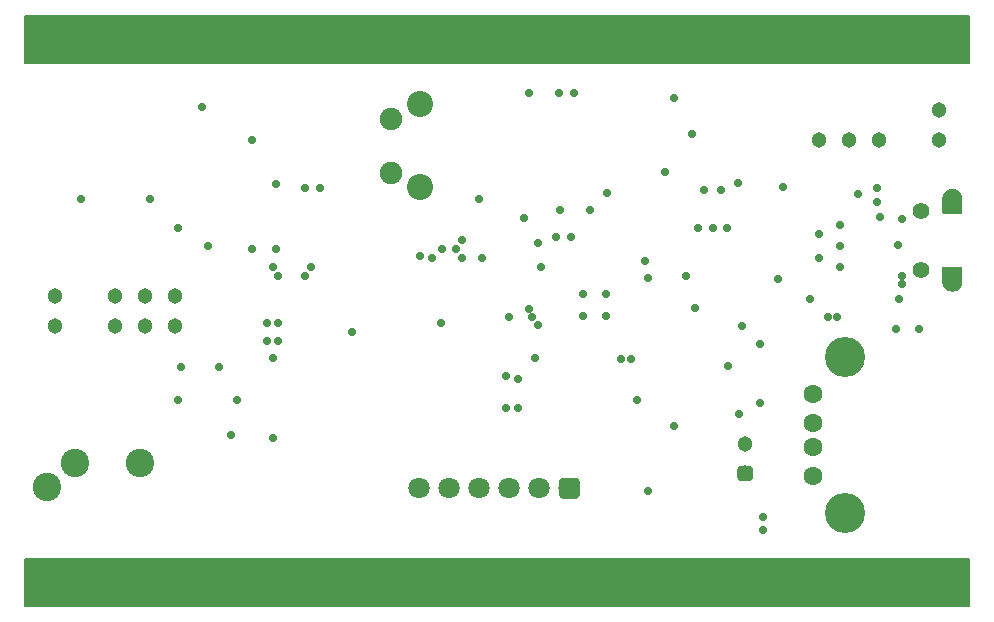
<source format=gbs>
G04 #@! TF.GenerationSoftware,KiCad,Pcbnew,(5.0.0)*
G04 #@! TF.CreationDate,2018-08-15T22:02:27-04:00*
G04 #@! TF.ProjectId,scope-footswitch,73636F70652D666F6F74737769746368,1*
G04 #@! TF.SameCoordinates,Original*
G04 #@! TF.FileFunction,Soldermask,Bot*
G04 #@! TF.FilePolarity,Negative*
%FSLAX46Y46*%
G04 Gerber Fmt 4.6, Leading zero omitted, Abs format (unit mm)*
G04 Created by KiCad (PCBNEW (5.0.0)) date 08/15/18 22:02:27*
%MOMM*%
%LPD*%
G01*
G04 APERTURE LIST*
%ADD10C,0.150000*%
%ADD11C,2.401600*%
%ADD12C,1.801600*%
%ADD13C,0.100000*%
%ADD14C,1.601600*%
%ADD15C,3.401600*%
%ADD16C,1.301600*%
%ADD17C,1.600000*%
%ADD18C,1.401600*%
%ADD19C,1.901600*%
%ADD20C,2.201600*%
%ADD21C,0.701600*%
G04 APERTURE END LIST*
D10*
G36*
X108600000Y-119200000D02*
X188600000Y-119200000D01*
X188600000Y-115200000D01*
X108600000Y-115200000D01*
X108600000Y-119200000D01*
G37*
X108600000Y-119200000D02*
X188600000Y-119200000D01*
X188600000Y-115200000D01*
X108600000Y-115200000D01*
X108600000Y-119200000D01*
G36*
X108600000Y-73200000D02*
X188600000Y-73200000D01*
X188600000Y-69200000D01*
X108600000Y-69200000D01*
X108600000Y-73200000D01*
G37*
X108600000Y-73200000D02*
X188600000Y-73200000D01*
X188600000Y-69200000D01*
X108600000Y-69200000D01*
X108600000Y-73200000D01*
D11*
G04 #@! TO.C,J1*
X118400000Y-107100000D03*
X112900000Y-107100000D03*
X110500000Y-109100000D03*
G04 #@! TD*
D12*
G04 #@! TO.C,P1*
X142020000Y-109200000D03*
X144560000Y-109200000D03*
X147100000Y-109200000D03*
X149640000Y-109200000D03*
X152180000Y-109200000D03*
D13*
G36*
X155214547Y-108301369D02*
X155258269Y-108307854D01*
X155301144Y-108318594D01*
X155342761Y-108333485D01*
X155382717Y-108352383D01*
X155420629Y-108375106D01*
X155456131Y-108401436D01*
X155488881Y-108431119D01*
X155518564Y-108463869D01*
X155544894Y-108499371D01*
X155567617Y-108537283D01*
X155586515Y-108577239D01*
X155601406Y-108618856D01*
X155612146Y-108661731D01*
X155618631Y-108705453D01*
X155620800Y-108749600D01*
X155620800Y-109650400D01*
X155618631Y-109694547D01*
X155612146Y-109738269D01*
X155601406Y-109781144D01*
X155586515Y-109822761D01*
X155567617Y-109862717D01*
X155544894Y-109900629D01*
X155518564Y-109936131D01*
X155488881Y-109968881D01*
X155456131Y-109998564D01*
X155420629Y-110024894D01*
X155382717Y-110047617D01*
X155342761Y-110066515D01*
X155301144Y-110081406D01*
X155258269Y-110092146D01*
X155214547Y-110098631D01*
X155170400Y-110100800D01*
X154269600Y-110100800D01*
X154225453Y-110098631D01*
X154181731Y-110092146D01*
X154138856Y-110081406D01*
X154097239Y-110066515D01*
X154057283Y-110047617D01*
X154019371Y-110024894D01*
X153983869Y-109998564D01*
X153951119Y-109968881D01*
X153921436Y-109936131D01*
X153895106Y-109900629D01*
X153872383Y-109862717D01*
X153853485Y-109822761D01*
X153838594Y-109781144D01*
X153827854Y-109738269D01*
X153821369Y-109694547D01*
X153819200Y-109650400D01*
X153819200Y-108749600D01*
X153821369Y-108705453D01*
X153827854Y-108661731D01*
X153838594Y-108618856D01*
X153853485Y-108577239D01*
X153872383Y-108537283D01*
X153895106Y-108499371D01*
X153921436Y-108463869D01*
X153951119Y-108431119D01*
X153983869Y-108401436D01*
X154019371Y-108375106D01*
X154057283Y-108352383D01*
X154097239Y-108333485D01*
X154138856Y-108318594D01*
X154181731Y-108307854D01*
X154225453Y-108301369D01*
X154269600Y-108299200D01*
X155170400Y-108299200D01*
X155214547Y-108301369D01*
X155214547Y-108301369D01*
G37*
D12*
X154720000Y-109200000D03*
G04 #@! TD*
D14*
G04 #@! TO.C,J2*
X175390000Y-108200000D03*
X175390000Y-105700000D03*
X175390000Y-103700000D03*
X175390000Y-101200000D03*
D15*
X178100000Y-111270000D03*
X178100000Y-98130000D03*
G04 #@! TD*
D13*
G04 #@! TO.C,C24*
G36*
X169957295Y-107300767D02*
X169988882Y-107305452D01*
X170019859Y-107313212D01*
X170049925Y-107323970D01*
X170078792Y-107337623D01*
X170106183Y-107354040D01*
X170131832Y-107373062D01*
X170155493Y-107394507D01*
X170176938Y-107418168D01*
X170195960Y-107443817D01*
X170212377Y-107471208D01*
X170226030Y-107500075D01*
X170236788Y-107530141D01*
X170244548Y-107561118D01*
X170249233Y-107592705D01*
X170250800Y-107624600D01*
X170250800Y-108275400D01*
X170249233Y-108307295D01*
X170244548Y-108338882D01*
X170236788Y-108369859D01*
X170226030Y-108399925D01*
X170212377Y-108428792D01*
X170195960Y-108456183D01*
X170176938Y-108481832D01*
X170155493Y-108505493D01*
X170131832Y-108526938D01*
X170106183Y-108545960D01*
X170078792Y-108562377D01*
X170049925Y-108576030D01*
X170019859Y-108586788D01*
X169988882Y-108594548D01*
X169957295Y-108599233D01*
X169925400Y-108600800D01*
X169274600Y-108600800D01*
X169242705Y-108599233D01*
X169211118Y-108594548D01*
X169180141Y-108586788D01*
X169150075Y-108576030D01*
X169121208Y-108562377D01*
X169093817Y-108545960D01*
X169068168Y-108526938D01*
X169044507Y-108505493D01*
X169023062Y-108481832D01*
X169004040Y-108456183D01*
X168987623Y-108428792D01*
X168973970Y-108399925D01*
X168963212Y-108369859D01*
X168955452Y-108338882D01*
X168950767Y-108307295D01*
X168949200Y-108275400D01*
X168949200Y-107624600D01*
X168950767Y-107592705D01*
X168955452Y-107561118D01*
X168963212Y-107530141D01*
X168973970Y-107500075D01*
X168987623Y-107471208D01*
X169004040Y-107443817D01*
X169023062Y-107418168D01*
X169044507Y-107394507D01*
X169068168Y-107373062D01*
X169093817Y-107354040D01*
X169121208Y-107337623D01*
X169150075Y-107323970D01*
X169180141Y-107313212D01*
X169211118Y-107305452D01*
X169242705Y-107300767D01*
X169274600Y-107299200D01*
X169925400Y-107299200D01*
X169957295Y-107300767D01*
X169957295Y-107300767D01*
G37*
D16*
X169600000Y-107950000D03*
X169600000Y-105450000D03*
G04 #@! TD*
D17*
G04 #@! TO.C,J3*
X187159000Y-91700000D03*
D13*
G36*
X186309176Y-90490089D02*
X186312067Y-90480560D01*
X186316761Y-90471777D01*
X186323079Y-90464079D01*
X186330777Y-90457761D01*
X186339560Y-90453067D01*
X186349089Y-90450176D01*
X186359000Y-90449200D01*
X187959000Y-90449200D01*
X187968911Y-90450176D01*
X187978440Y-90453067D01*
X187987223Y-90457761D01*
X187994921Y-90464079D01*
X188001239Y-90471777D01*
X188005933Y-90480560D01*
X188008824Y-90490089D01*
X188009800Y-90500000D01*
X188009800Y-91700000D01*
X188008836Y-91709789D01*
X188008836Y-91739254D01*
X188008591Y-91744233D01*
X188000896Y-91822363D01*
X188000165Y-91827294D01*
X187984849Y-91904294D01*
X187983638Y-91909131D01*
X187960848Y-91984259D01*
X187959168Y-91988952D01*
X187929124Y-92061484D01*
X187926993Y-92065991D01*
X187889985Y-92135229D01*
X187887422Y-92139505D01*
X187843805Y-92204782D01*
X187840835Y-92208786D01*
X187791030Y-92269474D01*
X187787682Y-92273168D01*
X187732168Y-92328682D01*
X187728474Y-92332030D01*
X187667786Y-92381835D01*
X187663782Y-92384805D01*
X187598505Y-92428422D01*
X187594229Y-92430985D01*
X187524991Y-92467993D01*
X187520484Y-92470124D01*
X187447952Y-92500168D01*
X187443259Y-92501848D01*
X187368131Y-92524638D01*
X187363294Y-92525849D01*
X187286294Y-92541165D01*
X187281363Y-92541896D01*
X187203233Y-92549591D01*
X187198254Y-92549836D01*
X187119746Y-92549836D01*
X187114767Y-92549591D01*
X187036637Y-92541896D01*
X187031706Y-92541165D01*
X186954706Y-92525849D01*
X186949869Y-92524638D01*
X186874741Y-92501848D01*
X186870048Y-92500168D01*
X186797516Y-92470124D01*
X186793009Y-92467993D01*
X186723771Y-92430985D01*
X186719495Y-92428422D01*
X186654218Y-92384805D01*
X186650214Y-92381835D01*
X186589526Y-92332030D01*
X186585832Y-92328682D01*
X186530318Y-92273168D01*
X186526970Y-92269474D01*
X186477165Y-92208786D01*
X186474195Y-92204782D01*
X186430578Y-92139505D01*
X186428015Y-92135229D01*
X186391007Y-92065991D01*
X186388876Y-92061484D01*
X186358832Y-91988952D01*
X186357152Y-91984259D01*
X186334362Y-91909131D01*
X186333151Y-91904294D01*
X186317835Y-91827294D01*
X186317104Y-91822363D01*
X186309409Y-91744233D01*
X186309164Y-91739254D01*
X186309164Y-91709789D01*
X186308200Y-91700000D01*
X186308200Y-90500000D01*
X186309176Y-90490089D01*
X186309176Y-90490089D01*
G37*
D18*
X184459000Y-90700000D03*
X184459000Y-85700000D03*
D17*
X187159000Y-84700000D03*
D13*
G36*
X188008824Y-85909911D02*
X188005933Y-85919440D01*
X188001239Y-85928223D01*
X187994921Y-85935921D01*
X187987223Y-85942239D01*
X187978440Y-85946933D01*
X187968911Y-85949824D01*
X187959000Y-85950800D01*
X186359000Y-85950800D01*
X186349089Y-85949824D01*
X186339560Y-85946933D01*
X186330777Y-85942239D01*
X186323079Y-85935921D01*
X186316761Y-85928223D01*
X186312067Y-85919440D01*
X186309176Y-85909911D01*
X186308200Y-85900000D01*
X186308200Y-84700000D01*
X186309164Y-84690211D01*
X186309164Y-84660746D01*
X186309409Y-84655767D01*
X186317104Y-84577637D01*
X186317835Y-84572706D01*
X186333151Y-84495706D01*
X186334362Y-84490869D01*
X186357152Y-84415741D01*
X186358832Y-84411048D01*
X186388876Y-84338516D01*
X186391007Y-84334009D01*
X186428015Y-84264771D01*
X186430578Y-84260495D01*
X186474195Y-84195218D01*
X186477165Y-84191214D01*
X186526970Y-84130526D01*
X186530318Y-84126832D01*
X186585832Y-84071318D01*
X186589526Y-84067970D01*
X186650214Y-84018165D01*
X186654218Y-84015195D01*
X186719495Y-83971578D01*
X186723771Y-83969015D01*
X186793009Y-83932007D01*
X186797516Y-83929876D01*
X186870048Y-83899832D01*
X186874741Y-83898152D01*
X186949869Y-83875362D01*
X186954706Y-83874151D01*
X187031706Y-83858835D01*
X187036637Y-83858104D01*
X187114767Y-83850409D01*
X187119746Y-83850164D01*
X187198254Y-83850164D01*
X187203233Y-83850409D01*
X187281363Y-83858104D01*
X187286294Y-83858835D01*
X187363294Y-83874151D01*
X187368131Y-83875362D01*
X187443259Y-83898152D01*
X187447952Y-83899832D01*
X187520484Y-83929876D01*
X187524991Y-83932007D01*
X187594229Y-83969015D01*
X187598505Y-83971578D01*
X187663782Y-84015195D01*
X187667786Y-84018165D01*
X187728474Y-84067970D01*
X187732168Y-84071318D01*
X187787682Y-84126832D01*
X187791030Y-84130526D01*
X187840835Y-84191214D01*
X187843805Y-84195218D01*
X187887422Y-84260495D01*
X187889985Y-84264771D01*
X187926993Y-84334009D01*
X187929124Y-84338516D01*
X187959168Y-84411048D01*
X187960848Y-84415741D01*
X187983638Y-84490869D01*
X187984849Y-84495706D01*
X188000165Y-84572706D01*
X188000896Y-84577637D01*
X188008591Y-84655767D01*
X188008836Y-84660746D01*
X188008836Y-84690211D01*
X188009800Y-84700000D01*
X188009800Y-85900000D01*
X188008824Y-85909911D01*
X188008824Y-85909911D01*
G37*
G04 #@! TD*
D16*
G04 #@! TO.C,SW3*
X121360000Y-95470000D03*
X118820000Y-95470000D03*
X116280000Y-95470000D03*
X121360000Y-92930000D03*
X118820000Y-92930000D03*
X116280000Y-92930000D03*
X111200000Y-95470000D03*
X111200000Y-92930000D03*
G04 #@! TD*
G04 #@! TO.C,SW1*
X175840000Y-79740000D03*
X178380000Y-79740000D03*
X180920000Y-79740000D03*
X186000000Y-77200000D03*
X186000000Y-79740000D03*
G04 #@! TD*
D19*
G04 #@! TO.C,SW2*
X139600000Y-77925000D03*
X139600000Y-82475000D03*
D20*
X142100000Y-76700000D03*
X142100000Y-83700000D03*
G04 #@! TD*
D21*
X109500000Y-72600000D03*
X161100000Y-89950000D03*
X166100000Y-83950000D03*
X126600000Y-101700000D03*
X125100000Y-98950000D03*
X126100000Y-104700000D03*
X152100000Y-95410000D03*
X152350000Y-90450000D03*
X153600000Y-87950000D03*
X151800000Y-98200000D03*
X159950000Y-98250000D03*
X182850000Y-86450000D03*
X172350000Y-91450000D03*
X165350000Y-93950000D03*
X170850000Y-96950000D03*
X166850000Y-87200000D03*
X168100000Y-87200000D03*
X165600000Y-87200000D03*
X184350000Y-95700000D03*
X182350000Y-95700000D03*
X182600000Y-93200000D03*
X175100000Y-93200000D03*
X182543664Y-88643664D03*
X172850000Y-83700000D03*
X165100000Y-79200000D03*
X129850000Y-83450000D03*
X127850000Y-79700000D03*
X163600000Y-103950000D03*
X163600000Y-76200000D03*
X162850000Y-82450000D03*
X161350000Y-91410000D03*
X155100000Y-75700000D03*
X153850000Y-75700000D03*
X151350000Y-75700000D03*
X133600000Y-83810000D03*
X132350000Y-83810000D03*
X136350000Y-95950000D03*
X129850000Y-88950000D03*
X127850000Y-88950000D03*
X143850000Y-95200000D03*
X123600000Y-76950000D03*
X161350000Y-109450000D03*
X121600000Y-101700000D03*
X129600000Y-104950000D03*
X129600000Y-98200000D03*
X119200000Y-84700000D03*
X121600000Y-87200000D03*
X113350000Y-84700000D03*
X147350000Y-89700000D03*
X145600000Y-88200000D03*
X151600000Y-94700000D03*
X154850000Y-87950000D03*
X152100000Y-88450000D03*
X159100000Y-98300000D03*
X160450000Y-101700000D03*
X164600000Y-91200000D03*
X168150000Y-98850000D03*
X142100000Y-89500000D03*
X147050000Y-84700000D03*
X181000000Y-86200000D03*
X171150000Y-111650000D03*
X171150000Y-112750000D03*
X153950000Y-85650000D03*
X180750000Y-85000000D03*
X180759235Y-83759363D03*
X121850000Y-98950000D03*
X149640000Y-94700000D03*
X124100000Y-88700000D03*
X157800000Y-92750000D03*
X155900000Y-94650000D03*
X157800000Y-94650000D03*
X155900000Y-92750000D03*
X109500000Y-115600000D03*
X112000000Y-115600000D03*
X114500000Y-115600000D03*
X117000000Y-115600000D03*
X119500000Y-115600000D03*
X122000000Y-115600000D03*
X124500000Y-115600000D03*
X127000000Y-115600000D03*
X129500000Y-115600000D03*
X132000000Y-115600000D03*
X134500000Y-115600000D03*
X137000000Y-115600000D03*
X139500000Y-115600000D03*
X142000000Y-115600000D03*
X144500000Y-115600000D03*
X147000000Y-115600000D03*
X149500000Y-115600000D03*
X152000000Y-115600000D03*
X154500000Y-115600000D03*
X157000000Y-115600000D03*
X159500000Y-115600000D03*
X162000000Y-115600000D03*
X164500000Y-115600000D03*
X167000000Y-115600000D03*
X169500000Y-115600000D03*
X172000000Y-115600000D03*
X174500000Y-115600000D03*
X177000000Y-115600000D03*
X179500000Y-115600000D03*
X182000000Y-115600000D03*
X184500000Y-115600000D03*
X187000000Y-115600000D03*
X112000000Y-72600000D03*
X114500000Y-72600000D03*
X117000000Y-72600000D03*
X119500000Y-72600000D03*
X122000000Y-72600000D03*
X124500000Y-72600000D03*
X127000000Y-72600000D03*
X129500000Y-72600000D03*
X132000000Y-72600000D03*
X134500000Y-72600000D03*
X137000000Y-72600000D03*
X139500000Y-72600000D03*
X142000000Y-72600000D03*
X144500000Y-72600000D03*
X147000000Y-72600000D03*
X149500000Y-72600000D03*
X152000000Y-72600000D03*
X154500000Y-72600000D03*
X157000000Y-72600000D03*
X159500000Y-72600000D03*
X162000000Y-72600000D03*
X164500000Y-72600000D03*
X167000000Y-72600000D03*
X169500000Y-72600000D03*
X172000000Y-72600000D03*
X174500000Y-72600000D03*
X177000000Y-72600000D03*
X179500000Y-72600000D03*
X182000000Y-72600000D03*
X184500000Y-72600000D03*
X187000000Y-72600000D03*
X177600000Y-88700000D03*
X182850000Y-91200000D03*
X182850000Y-91950000D03*
X177600000Y-90450000D03*
X177600000Y-86950000D03*
X170850000Y-101950000D03*
X169100000Y-102950000D03*
X156500000Y-85650000D03*
X157950000Y-84200000D03*
X169000000Y-83400000D03*
X167600000Y-83950000D03*
X150850000Y-86339990D03*
X151300000Y-93990000D03*
X177350000Y-94700000D03*
X176600000Y-94700000D03*
X169350000Y-95450000D03*
X179200000Y-84300000D03*
X132350000Y-91200000D03*
X130100000Y-91200000D03*
X145100000Y-88950000D03*
X143950000Y-88950000D03*
X145600000Y-89700000D03*
X143100000Y-89700000D03*
X129600000Y-90450000D03*
X132850000Y-90450000D03*
X130100000Y-96700000D03*
X130100000Y-95200000D03*
X150350000Y-99950000D03*
X150350000Y-102450000D03*
X129100000Y-96700000D03*
X129100000Y-95200000D03*
X149350000Y-102450000D03*
X149350000Y-99700000D03*
X175850000Y-87700000D03*
X175850000Y-89700000D03*
M02*

</source>
